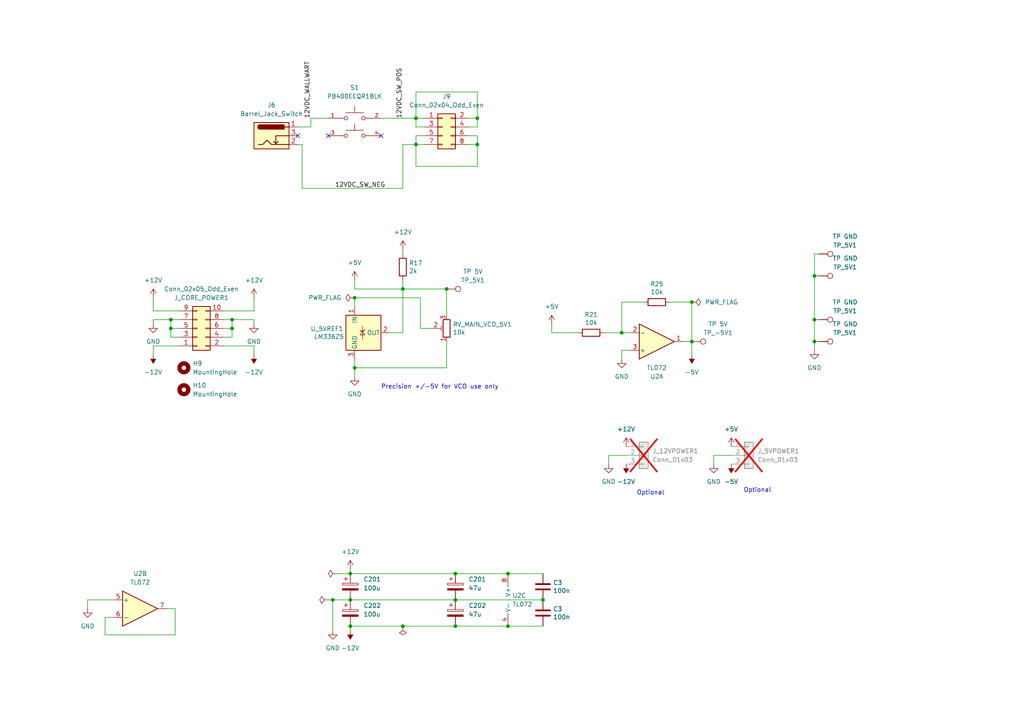
<source format=kicad_sch>
(kicad_sch (version 20231120) (generator "eeschema") (generator_version "8.0")
  (paper "A4")
  (lib_symbols
    (symbol "+12V_1" (power) (pin_names (offset 0))
      (property "Value" "+12V_1" (at 0 3.556 0))
      (symbol "+12V_1_0_1"
        (polyline (pts (xy -0.762 1.27) (xy 0 2.54)))
        (polyline (pts (xy 0 0) (xy 0 2.54)))
        (polyline (pts (xy 0 2.54) (xy 0.762 1.27)))
      )
      (symbol "+12V_1_1_1"
        (pin power_in line (at 0 0 90) (length 0) hide (name "+12V") (number "1"))
      )
    )
    (symbol "Amplifier_Operational:TL072" (pin_names (offset 0.127))
      (property "Reference" "U" (at 0 5.08 0))
      (property "Value" "TL072" (at 0 -5.08 0))
      (symbol "TL072_1_1"
        (polyline (pts (xy -5.08 5.08) (xy 5.08 0) (xy -5.08 -5.08) (xy -5.08 5.08)) (stroke (width 0.254)) (fill (type background)))
        (pin output line (at 7.62 0 180) (length 2.54) (name "~") (number "1"))
        (pin input line (at -7.62 -2.54 0) (length 2.54) (name "-") (number "2"))
        (pin input line (at -7.62 2.54 0) (length 2.54) (name "+") (number "3"))
      )
      (symbol "TL072_2_1"
        (polyline (pts (xy -5.08 5.08) (xy 5.08 0) (xy -5.08 -5.08) (xy -5.08 5.08)) (stroke (width 0.254)) (fill (type background)))
        (pin input line (at -7.62 2.54 0) (length 2.54) (name "+") (number "5"))
        (pin input line (at -7.62 -2.54 0) (length 2.54) (name "-") (number "6"))
        (pin output line (at 7.62 0 180) (length 2.54) (name "~") (number "7"))
      )
      (symbol "TL072_3_1"
        (pin power_in line (at -2.54 -7.62 90) (length 3.81) (name "V-") (number "4"))
        (pin power_in line (at -2.54 7.62 270) (length 3.81) (name "V+") (number "8"))
      )
    )
    (symbol "Connector:Barrel_Jack_Switch" (pin_names hide)
      (property "Reference" "J" (at 0 5.334 0))
      (property "Value" "Barrel_Jack_Switch" (at 0 -5.08 0))
      (symbol "Barrel_Jack_Switch_0_1"
        (rectangle (start -5.08 3.81) (end 5.08 -3.81) (stroke (width 0.254)) (fill (type background)))
        (arc (start -3.302 3.175) (mid -3.9343 2.54) (end -3.302 1.905) (stroke (width 0.254)))
        (arc (start -3.302 3.175) (mid -3.9343 2.54) (end -3.302 1.905) (stroke (width 0.254)) (fill (type outline)))
        (polyline (pts (xy 1.27 -2.286) (xy 1.905 -1.651)) (stroke (width 0.254)))
        (polyline (pts (xy 5.08 2.54) (xy 3.81 2.54)) (stroke (width 0.254)))
        (polyline (pts (xy 5.08 0) (xy 1.27 0) (xy 1.27 -2.286) (xy 0.635 -1.651)) (stroke (width 0.254)))
        (polyline (pts (xy -3.81 -2.54) (xy -2.54 -2.54) (xy -1.27 -1.27) (xy 0 -2.54) (xy 2.54 -2.54) (xy 5.08 -2.54)) (stroke (width 0.254)))
        (rectangle (start 3.683 3.175) (end -3.302 1.905) (stroke (width 0.254)) (fill (type outline)))
      )
      (symbol "Barrel_Jack_Switch_1_1"
        (pin passive line (at 7.62 2.54 180) (length 2.54) (name "~") (number "1"))
        (pin passive line (at 7.62 -2.54 180) (length 2.54) (name "~") (number "2"))
        (pin passive line (at 7.62 0 180) (length 2.54) (name "~") (number "3"))
      )
    )
    (symbol "Connector:TestPoint" (pin_numbers hide) (pin_names (offset 0.762) hide)
      (property "Reference" "TP" (at 0 6.858 0))
      (property "Value" "TestPoint" (at 0 5.08 0))
      (symbol "TestPoint_0_1"
        (circle (center 0 3.302) (radius 0.762))
      )
      (symbol "TestPoint_1_1"
        (pin passive line (at 0 0 90) (length 2.54) (name "1") (number "1"))
      )
    )
    (symbol "Connector_Generic:Conn_01x03" (pin_names (offset 1.016) hide)
      (property "Reference" "J" (at 0 5.08 0))
      (property "Value" "Conn_01x03" (at 0 -5.08 0))
      (symbol "Conn_01x03_1_1"
        (rectangle (start -1.27 -2.413) (end 0 -2.667) (stroke (width 0.1524)))
        (rectangle (start -1.27 0.127) (end 0 -0.127) (stroke (width 0.1524)))
        (rectangle (start -1.27 2.667) (end 0 2.413) (stroke (width 0.1524)))
        (rectangle (start -1.27 3.81) (end 1.27 -3.81) (stroke (width 0.254)) (fill (type background)))
        (pin passive line (at -5.08 2.54 0) (length 3.81) (name "Pin_1") (number "1"))
        (pin passive line (at -5.08 0 0) (length 3.81) (name "Pin_2") (number "2"))
        (pin passive line (at -5.08 -2.54 0) (length 3.81) (name "Pin_3") (number "3"))
      )
    )
    (symbol "Connector_Generic:Conn_02x04_Odd_Even" (pin_names (offset 1.016) hide)
      (property "Reference" "J" (at 1.27 5.08 0))
      (property "Value" "Conn_02x04_Odd_Even" (at 1.27 -7.62 0))
      (symbol "Conn_02x04_Odd_Even_1_1"
        (rectangle (start -1.27 -4.953) (end 0 -5.207) (stroke (width 0.1524)))
        (rectangle (start -1.27 -2.413) (end 0 -2.667) (stroke (width 0.1524)))
        (rectangle (start -1.27 0.127) (end 0 -0.127) (stroke (width 0.1524)))
        (rectangle (start -1.27 2.667) (end 0 2.413) (stroke (width 0.1524)))
        (rectangle (start -1.27 3.81) (end 3.81 -6.35) (stroke (width 0.254)) (fill (type background)))
        (rectangle (start 3.81 -4.953) (end 2.54 -5.207) (stroke (width 0.1524)))
        (rectangle (start 3.81 -2.413) (end 2.54 -2.667) (stroke (width 0.1524)))
        (rectangle (start 3.81 0.127) (end 2.54 -0.127) (stroke (width 0.1524)))
        (rectangle (start 3.81 2.667) (end 2.54 2.413) (stroke (width 0.1524)))
        (pin passive line (at -5.08 2.54 0) (length 3.81) (name "Pin_1") (number "1"))
        (pin passive line (at 7.62 2.54 180) (length 3.81) (name "Pin_2") (number "2"))
        (pin passive line (at -5.08 0 0) (length 3.81) (name "Pin_3") (number "3"))
        (pin passive line (at 7.62 0 180) (length 3.81) (name "Pin_4") (number "4"))
        (pin passive line (at -5.08 -2.54 0) (length 3.81) (name "Pin_5") (number "5"))
        (pin passive line (at 7.62 -2.54 180) (length 3.81) (name "Pin_6") (number "6"))
        (pin passive line (at -5.08 -5.08 0) (length 3.81) (name "Pin_7") (number "7"))
        (pin passive line (at 7.62 -5.08 180) (length 3.81) (name "Pin_8") (number "8"))
      )
    )
    (symbol "Connector_Generic:Conn_02x05_Odd_Even" (pin_names (offset 1.016) hide)
      (property "Reference" "J" (at 1.27 7.62 0))
      (property "Value" "Conn_02x05_Odd_Even" (at 1.27 -7.62 0))
      (symbol "Conn_02x05_Odd_Even_1_1"
        (rectangle (start -1.27 -4.953) (end 0 -5.207) (stroke (width 0.1524)))
        (rectangle (start -1.27 -2.413) (end 0 -2.667) (stroke (width 0.1524)))
        (rectangle (start -1.27 0.127) (end 0 -0.127) (stroke (width 0.1524)))
        (rectangle (start -1.27 2.667) (end 0 2.413) (stroke (width 0.1524)))
        (rectangle (start -1.27 5.207) (end 0 4.953) (stroke (width 0.1524)))
        (rectangle (start -1.27 6.35) (end 3.81 -6.35) (stroke (width 0.254)) (fill (type background)))
        (rectangle (start 3.81 -4.953) (end 2.54 -5.207) (stroke (width 0.1524)))
        (rectangle (start 3.81 -2.413) (end 2.54 -2.667) (stroke (width 0.1524)))
        (rectangle (start 3.81 0.127) (end 2.54 -0.127) (stroke (width 0.1524)))
        (rectangle (start 3.81 2.667) (end 2.54 2.413) (stroke (width 0.1524)))
        (rectangle (start 3.81 5.207) (end 2.54 4.953) (stroke (width 0.1524)))
        (pin passive line (at -5.08 5.08 0) (length 3.81) (name "Pin_1") (number "1"))
        (pin passive line (at 7.62 -5.08 180) (length 3.81) (name "Pin_10") (number "10"))
        (pin passive line (at 7.62 5.08 180) (length 3.81) (name "Pin_2") (number "2"))
        (pin passive line (at -5.08 2.54 0) (length 3.81) (name "Pin_3") (number "3"))
        (pin passive line (at 7.62 2.54 180) (length 3.81) (name "Pin_4") (number "4"))
        (pin passive line (at -5.08 0 0) (length 3.81) (name "Pin_5") (number "5"))
        (pin passive line (at 7.62 0 180) (length 3.81) (name "Pin_6") (number "6"))
        (pin passive line (at -5.08 -2.54 0) (length 3.81) (name "Pin_7") (number "7"))
        (pin passive line (at 7.62 -2.54 180) (length 3.81) (name "Pin_8") (number "8"))
        (pin passive line (at -5.08 -5.08 0) (length 3.81) (name "Pin_9") (number "9"))
      )
    )
    (symbol "Device:C" (pin_numbers hide) (pin_names (offset 0.254))
      (property "Reference" "C" (at 0.635 2.54 0))
      (property "Value" "C" (at 0.635 -2.54 0))
      (symbol "C_0_1"
        (polyline (pts (xy -2.032 -0.762) (xy 2.032 -0.762)) (stroke (width 0.508)))
        (polyline (pts (xy -2.032 0.762) (xy 2.032 0.762)) (stroke (width 0.508)))
      )
      (symbol "C_1_1"
        (pin passive line (at 0 3.81 270) (length 2.794) (name "~") (number "1"))
        (pin passive line (at 0 -3.81 90) (length 2.794) (name "~") (number "2"))
      )
    )
    (symbol "Device:C_Polarized" (pin_numbers hide) (pin_names (offset 0.254))
      (property "Reference" "C" (at 0.635 2.54 0))
      (property "Value" "C_Polarized" (at 0.635 -2.54 0))
      (symbol "C_Polarized_0_1"
        (rectangle (start -2.286 0.508) (end 2.286 1.016))
        (polyline (pts (xy -1.778 2.286) (xy -0.762 2.286)))
        (polyline (pts (xy -1.27 2.794) (xy -1.27 1.778)))
        (rectangle (start 2.286 -0.508) (end -2.286 -1.016) (fill (type outline)))
      )
      (symbol "C_Polarized_1_1"
        (pin passive line (at 0 3.81 270) (length 2.794) (name "~") (number "1"))
        (pin passive line (at 0 -3.81 90) (length 2.794) (name "~") (number "2"))
      )
    )
    (symbol "Device:R" (pin_numbers hide) (pin_names (offset 0))
      (property "Reference" "R" (at 2.032 0 90))
      (property "Value" "R" (at 0 0 90))
      (symbol "R_0_1"
        (rectangle (start -1.016 -2.54) (end 1.016 2.54) (stroke (width 0.254)))
      )
      (symbol "R_1_1"
        (pin passive line (at 0 3.81 270) (length 1.27) (name "~") (number "1"))
        (pin passive line (at 0 -3.81 90) (length 1.27) (name "~") (number "2"))
      )
    )
    (symbol "Device:R_Potentiometer_Trim" (pin_names (offset 1.016) hide)
      (property "Reference" "RV" (at -4.445 0 90))
      (property "Value" "R_Potentiometer_Trim" (at -2.54 0 90))
      (symbol "R_Potentiometer_Trim_0_1"
        (polyline (pts (xy 1.524 0.762) (xy 1.524 -0.762)))
        (polyline (pts (xy 2.54 0) (xy 1.524 0)))
        (rectangle (start 1.016 2.54) (end -1.016 -2.54) (stroke (width 0.254)))
      )
      (symbol "R_Potentiometer_Trim_1_1"
        (pin passive line (at 0 3.81 270) (length 1.27) (name "1") (number "1"))
        (pin passive line (at 3.81 0 180) (length 1.27) (name "2") (number "2"))
        (pin passive line (at 0 -3.81 90) (length 1.27) (name "3") (number "3"))
      )
    )
    (symbol "GND_1" (power) (pin_names (offset 0))
      (property "Value" "GND_1" (at 0 -3.81 0))
      (symbol "GND_1_0_1"
        (polyline (pts (xy 0 0) (xy 0 -1.27) (xy 1.27 -1.27) (xy 0 -2.54) (xy -1.27 -1.27) (xy 0 -1.27)))
      )
      (symbol "GND_1_1_1"
        (pin power_in line (at 0 0 270) (length 0) hide (name "GND") (number "1"))
      )
    )
    (symbol "GND_2" (power) (pin_names (offset 0))
      (property "Value" "GND_2" (at 0 -3.81 0))
      (symbol "GND_2_0_1"
        (polyline (pts (xy 0 0) (xy 0 -1.27) (xy 1.27 -1.27) (xy 0 -2.54) (xy -1.27 -1.27) (xy 0 -1.27)))
      )
      (symbol "GND_2_1_1"
        (pin power_in line (at 0 0 270) (length 0) hide (name "GND") (number "1"))
      )
    )
    (symbol "Mechanical:MountingHole" (pin_names (offset 1.016))
      (property "Reference" "H" (at 0 5.08 0))
      (property "Value" "MountingHole" (at 0 3.175 0))
      (symbol "MountingHole_0_1"
        (circle (center 0 0) (radius 1.27) (stroke (width 1.27)))
      )
    )
    (symbol "Reference_Voltage:REF3033" (pin_names (offset 0.254))
      (property "Reference" "U" (at 0 6.35 0))
      (property "Value" "REF3033" (at 2.54 -6.35 0))
      (symbol "REF3033_0_1"
        (rectangle (start -5.08 5.08) (end 5.08 -5.08) (stroke (width 0.254)) (fill (type background)))
        (polyline (pts (xy -0.254 1.905) (xy -0.254 -1.905)))
        (polyline (pts (xy -0.889 -0.635) (xy 0.381 -0.635) (xy -0.254 0.635) (xy -0.889 -0.635)))
        (polyline (pts (xy 0.381 1.016) (xy 0.381 0.635) (xy -0.889 0.635) (xy -0.889 0.254)))
      )
      (symbol "REF3033_1_1"
        (pin power_in line (at -2.54 7.62 270) (length 2.54) (name "IN") (number "1"))
        (pin power_out line (at 7.62 0 180) (length 2.54) (name "OUT") (number "2"))
        (pin power_in line (at -2.54 -7.62 90) (length 2.54) (name "GND") (number "3"))
      )
    )
    (symbol "Shmoergh-Custom-Components:PB400EEQR1BLK" (pin_names (offset 1.016))
      (property "Reference" "S" (at -7.62 7.62 0))
      (property "Value" "PB400EEQR1BLK" (at -7.62 -7.62 0))
      (symbol "PB400EEQR1BLK_0_0"
        (circle (center -2.54 -2.54) (radius 0.508) (stroke (width 0.1524)))
        (circle (center -2.54 2.54) (radius 0.508) (stroke (width 0.1524)))
        (polyline (pts (xy -5.08 -2.54) (xy -3.048 -2.54)) (stroke (width 0.1524)))
        (polyline (pts (xy -5.08 2.54) (xy -3.048 2.54)) (stroke (width 0.1524)))
        (polyline (pts (xy -2.54 -0.9525) (xy 0 -0.9525)) (stroke (width 0.1524)))
        (polyline (pts (xy -2.54 4.1275) (xy 0 4.1275)) (stroke (width 0.1524)))
        (polyline (pts (xy 0 -0.9525) (xy 0 0.9525)) (stroke (width 0.1524)))
        (polyline (pts (xy 0 -0.9525) (xy 2.54 -0.9525)) (stroke (width 0.1524)))
        (polyline (pts (xy 0 4.1275) (xy 0 6.0325)) (stroke (width 0.1524)))
        (polyline (pts (xy 0 4.1275) (xy 2.54 4.1275)) (stroke (width 0.1524)))
        (polyline (pts (xy 5.08 -2.54) (xy 3.048 -2.54)) (stroke (width 0.1524)))
        (polyline (pts (xy 5.08 2.54) (xy 3.048 2.54)) (stroke (width 0.1524)))
        (circle (center 2.54 -2.54) (radius 0.508) (stroke (width 0.1524)))
        (circle (center 2.54 2.54) (radius 0.508) (stroke (width 0.1524)))
        (pin passive line (at -7.62 2.54 0) (length 2.54) (name "~") (number "1"))
        (pin passive line (at 7.62 2.54 180) (length 2.54) (name "~") (number "2"))
        (pin passive line (at -7.62 -2.54 0) (length 2.54) (name "~") (number "3"))
        (pin passive line (at 7.62 -2.54 180) (length 2.54) (name "~") (number "4"))
      )
    )
    (symbol "power:+12V" (power) (pin_names (offset 0))
      (property "Value" "+12V" (at 0 3.556 0))
      (symbol "+12V_0_1"
        (polyline (pts (xy -0.762 1.27) (xy 0 2.54)))
        (polyline (pts (xy 0 0) (xy 0 2.54)))
        (polyline (pts (xy 0 2.54) (xy 0.762 1.27)))
      )
      (symbol "+12V_1_1"
        (pin power_in line (at 0 0 90) (length 0) hide (name "+12V") (number "1"))
      )
    )
    (symbol "power:+5V" (power) (pin_names (offset 0))
      (property "Value" "+5V" (at 0 3.556 0))
      (symbol "+5V_0_1"
        (polyline (pts (xy -0.762 1.27) (xy 0 2.54)))
        (polyline (pts (xy 0 0) (xy 0 2.54)))
        (polyline (pts (xy 0 2.54) (xy 0.762 1.27)))
      )
      (symbol "+5V_1_1"
        (pin power_in line (at 0 0 90) (length 0) hide (name "+5V") (number "1"))
      )
    )
    (symbol "power:-12V" (power) (pin_names (offset 0))
      (property "Value" "-12V" (at 0 3.81 0))
      (symbol "-12V_0_0"
        (pin power_in line (at 0 0 90) (length 0) hide (name "-12V") (number "1"))
      )
      (symbol "-12V_0_1"
        (polyline (pts (xy 0 0) (xy 0 1.27) (xy 0.762 1.27) (xy 0 2.54) (xy -0.762 1.27) (xy 0 1.27)) (fill (type outline)))
      )
    )
    (symbol "power:-5V" (power) (pin_names (offset 0))
      (property "Value" "-5V" (at 0 3.81 0))
      (symbol "-5V_0_0"
        (pin power_in line (at 0 0 90) (length 0) hide (name "-5V") (number "1"))
      )
      (symbol "-5V_0_1"
        (polyline (pts (xy 0 0) (xy 0 1.27) (xy 0.762 1.27) (xy 0 2.54) (xy -0.762 1.27) (xy 0 1.27)) (fill (type outline)))
      )
    )
    (symbol "power:GND" (power) (pin_names (offset 0))
      (property "Value" "GND" (at 0 -3.81 0))
      (symbol "GND_0_1"
        (polyline (pts (xy 0 0) (xy 0 -1.27) (xy 1.27 -1.27) (xy 0 -2.54) (xy -1.27 -1.27) (xy 0 -1.27)))
      )
      (symbol "GND_1_1"
        (pin power_in line (at 0 0 270) (length 0) hide (name "GND") (number "1"))
      )
    )
    (symbol "power:PWR_FLAG" (power) (pin_numbers hide) (pin_names (offset 0) hide)
      (property "Value" "PWR_FLAG" (at 0 3.81 0))
      (symbol "PWR_FLAG_0_0"
        (pin power_out line (at 0 0 90) (length 0) (name "pwr") (number "1"))
      )
      (symbol "PWR_FLAG_0_1"
        (polyline (pts (xy 0 0) (xy 0 1.27) (xy -1.016 1.905) (xy 0 2.54) (xy 1.016 1.905) (xy 0 1.27)))
      )
    )
  )
  (junction (at 147.32 181.61))
  (junction (at 236.22 99.06))
  (junction (at 236.22 80.01))
  (junction (at 236.22 92.71))
  (junction (at 157.48 173.99))
  (junction (at 132.08 181.61))
  (junction (at 96.52 173.99))
  (junction (at 49.53 92.71))
  (junction (at 200.66 87.63))
  (junction (at 67.31 92.71))
  (junction (at 180.34 96.52))
  (junction (at 129.54 83.82))
  (junction (at 120.65 41.91))
  (junction (at 102.87 106.68))
  (junction (at 132.08 166.37))
  (junction (at 116.84 83.82))
  (junction (at 49.53 95.25))
  (junction (at 200.66 99.06))
  (junction (at 147.32 166.37))
  (junction (at 120.65 34.29))
  (junction (at 102.87 86.36))
  (junction (at 138.43 34.29))
  (junction (at 101.6 173.99))
  (junction (at 67.31 95.25))
  (junction (at 101.6 166.37))
  (junction (at 101.6 181.61))
  (junction (at 132.08 173.99))
  (junction (at 138.43 41.91))
  (junction (at 116.84 181.61))
  (no_connect (at 86.36 39.37))
  (no_connect (at 110.49 39.37))
  (no_connect (at 95.25 39.37))
  (wire (pts (xy 30.48 184.15) (xy 50.8 184.15)))
  (wire (pts (xy 73.66 93.98) (xy 73.66 92.71)))
  (wire (pts (xy 180.34 96.52) (xy 182.88 96.52)))
  (wire (pts (xy 25.4 173.99) (xy 25.4 176.53)))
  (wire (pts (xy 116.84 96.52) (xy 116.84 83.82)))
  (wire (pts (xy 67.31 92.71) (xy 64.77 92.71)))
  (wire (pts (xy 236.22 80.01) (xy 237.49 80.01)))
  (wire (pts (xy 95.25 173.99) (xy 96.52 173.99)))
  (wire (pts (xy 101.6 181.61) (xy 116.84 181.61)))
  (wire (pts (xy 102.87 81.28) (xy 102.87 83.82)))
  (wire (pts (xy 44.45 86.36) (xy 44.45 90.17)))
  (wire (pts (xy 33.02 179.07) (xy 30.48 179.07)))
  (wire (pts (xy 132.08 173.99) (xy 157.48 173.99)))
  (wire (pts (xy 102.87 106.68) (xy 129.54 106.68)))
  (wire (pts (xy 120.65 34.29) (xy 123.19 34.29)))
  (wire (pts (xy 30.48 179.07) (xy 30.48 184.15)))
  (wire (pts (xy 147.32 166.37) (xy 157.48 166.37)))
  (wire (pts (xy 73.66 102.87) (xy 73.66 100.33)))
  (wire (pts (xy 116.84 72.39) (xy 116.84 73.66)))
  (wire (pts (xy 49.53 95.25) (xy 49.53 92.71)))
  (wire (pts (xy 67.31 97.79) (xy 67.31 95.25)))
  (wire (pts (xy 200.66 99.06) (xy 198.12 99.06)))
  (wire (pts (xy 120.65 41.91) (xy 120.65 48.26)))
  (wire (pts (xy 33.02 173.99) (xy 25.4 173.99)))
  (wire (pts (xy 160.02 96.52) (xy 167.64 96.52)))
  (wire (pts (xy 138.43 41.91) (xy 135.89 41.91)))
  (wire (pts (xy 180.34 87.63) (xy 180.34 96.52)))
  (wire (pts (xy 129.54 83.82) (xy 129.54 91.44)))
  (wire (pts (xy 236.22 73.66) (xy 237.49 73.66)))
  (wire (pts (xy 138.43 34.29) (xy 138.43 36.83)))
  (wire (pts (xy 50.8 176.53) (xy 48.26 176.53)))
  (wire (pts (xy 102.87 106.68) (xy 102.87 109.22)))
  (wire (pts (xy 180.34 101.6) (xy 180.34 104.14)))
  (wire (pts (xy 87.63 41.91) (xy 87.63 54.61)))
  (wire (pts (xy 186.69 87.63) (xy 180.34 87.63)))
  (wire (pts (xy 50.8 184.15) (xy 50.8 176.53)))
  (wire (pts (xy 236.22 99.06) (xy 237.49 99.06)))
  (wire (pts (xy 120.65 48.26) (xy 138.43 48.26)))
  (wire (pts (xy 120.65 36.83) (xy 123.19 36.83)))
  (wire (pts (xy 121.92 86.36) (xy 121.92 95.25)))
  (wire (pts (xy 101.6 165.1) (xy 101.6 166.37)))
  (wire (pts (xy 236.22 101.6) (xy 236.22 99.06)))
  (wire (pts (xy 102.87 88.9) (xy 102.87 86.36)))
  (wire (pts (xy 102.87 86.36) (xy 121.92 86.36)))
  (wire (pts (xy 120.65 34.29) (xy 120.65 36.83)))
  (wire (pts (xy 207.01 132.08) (xy 207.01 134.62)))
  (wire (pts (xy 49.53 92.71) (xy 52.07 92.71)))
  (wire (pts (xy 138.43 36.83) (xy 135.89 36.83)))
  (wire (pts (xy 138.43 39.37) (xy 138.43 41.91)))
  (wire (pts (xy 67.31 92.71) (xy 73.66 92.71)))
  (wire (pts (xy 175.26 96.52) (xy 180.34 96.52)))
  (wire (pts (xy 236.22 92.71) (xy 237.49 92.71)))
  (wire (pts (xy 87.63 41.91) (xy 86.36 41.91)))
  (wire (pts (xy 181.61 132.08) (xy 176.53 132.08)))
  (wire (pts (xy 138.43 34.29) (xy 135.89 34.29)))
  (wire (pts (xy 52.07 97.79) (xy 49.53 97.79)))
  (wire (pts (xy 110.49 34.29) (xy 120.65 34.29)))
  (wire (pts (xy 102.87 83.82) (xy 116.84 83.82)))
  (wire (pts (xy 138.43 26.67) (xy 138.43 34.29)))
  (wire (pts (xy 182.88 101.6) (xy 180.34 101.6)))
  (wire (pts (xy 120.65 34.29) (xy 120.65 26.67)))
  (wire (pts (xy 132.08 166.37) (xy 147.32 166.37)))
  (wire (pts (xy 101.6 173.99) (xy 132.08 173.99)))
  (wire (pts (xy 44.45 100.33) (xy 52.07 100.33)))
  (wire (pts (xy 236.22 80.01) (xy 236.22 92.71)))
  (wire (pts (xy 90.17 36.83) (xy 86.36 36.83)))
  (wire (pts (xy 64.77 95.25) (xy 67.31 95.25)))
  (wire (pts (xy 129.54 106.68) (xy 129.54 99.06)))
  (wire (pts (xy 67.31 95.25) (xy 67.31 92.71)))
  (wire (pts (xy 44.45 102.87) (xy 44.45 100.33)))
  (wire (pts (xy 200.66 99.06) (xy 200.66 102.87)))
  (wire (pts (xy 64.77 97.79) (xy 67.31 97.79)))
  (wire (pts (xy 176.53 132.08) (xy 176.53 134.62)))
  (wire (pts (xy 123.19 39.37) (xy 120.65 39.37)))
  (wire (pts (xy 120.65 41.91) (xy 116.84 41.91)))
  (wire (pts (xy 96.52 182.88) (xy 96.52 173.99)))
  (wire (pts (xy 90.17 34.29) (xy 90.17 36.83)))
  (wire (pts (xy 132.08 181.61) (xy 147.32 181.61)))
  (wire (pts (xy 120.65 41.91) (xy 123.19 41.91)))
  (wire (pts (xy 96.52 173.99) (xy 101.6 173.99)))
  (wire (pts (xy 95.25 34.29) (xy 90.17 34.29)))
  (wire (pts (xy 113.03 96.52) (xy 116.84 96.52)))
  (wire (pts (xy 44.45 93.98) (xy 44.45 92.71)))
  (wire (pts (xy 236.22 80.01) (xy 236.22 73.66)))
  (wire (pts (xy 49.53 95.25) (xy 52.07 95.25)))
  (wire (pts (xy 194.31 87.63) (xy 200.66 87.63)))
  (wire (pts (xy 212.09 132.08) (xy 207.01 132.08)))
  (wire (pts (xy 44.45 90.17) (xy 52.07 90.17)))
  (wire (pts (xy 116.84 181.61) (xy 132.08 181.61)))
  (wire (pts (xy 101.6 181.61) (xy 101.6 182.88)))
  (wire (pts (xy 120.65 26.67) (xy 138.43 26.67)))
  (wire (pts (xy 116.84 81.28) (xy 116.84 83.82)))
  (wire (pts (xy 73.66 86.36) (xy 73.66 90.17)))
  (wire (pts (xy 49.53 97.79) (xy 49.53 95.25)))
  (wire (pts (xy 121.92 95.25) (xy 125.73 95.25)))
  (wire (pts (xy 116.84 54.61) (xy 87.63 54.61)))
  (wire (pts (xy 200.66 87.63) (xy 200.66 99.06)))
  (wire (pts (xy 147.32 181.61) (xy 157.48 181.61)))
  (wire (pts (xy 116.84 41.91) (xy 116.84 54.61)))
  (wire (pts (xy 135.89 39.37) (xy 138.43 39.37)))
  (wire (pts (xy 138.43 48.26) (xy 138.43 41.91)))
  (wire (pts (xy 73.66 100.33) (xy 64.77 100.33)))
  (wire (pts (xy 116.84 83.82) (xy 129.54 83.82)))
  (wire (pts (xy 73.66 90.17) (xy 64.77 90.17)))
  (wire (pts (xy 101.6 166.37) (xy 132.08 166.37)))
  (wire (pts (xy 44.45 92.71) (xy 49.53 92.71)))
  (wire (pts (xy 160.02 93.98) (xy 160.02 96.52)))
  (wire (pts (xy 102.87 104.14) (xy 102.87 106.68)))
  (wire (pts (xy 97.79 166.37) (xy 101.6 166.37)))
  (wire (pts (xy 120.65 41.91) (xy 120.65 39.37)))
  (wire (pts (xy 236.22 99.06) (xy 236.22 92.71)))
  (text "Optional" (at 184.658 143.764 0) (effects (font (size 1.27 1.27)) (justify left bottom)))
  (text "Precision +/-5V for VCO use only" (at 110.49 113.03 0) (effects (font (size 1.27 1.27)) (justify left bottom)))
  (text "Optional" (at 215.646 143.002 0) (effects (font (size 1.27 1.27)) (justify left bottom)))
  (label "12VDC_WALLWART" (at 90.17 34.29 90))
  (label "12VDC_SW_NEG" (at 111.76 54.61 180))
  (label "12VDC_SW_POS" (at 116.84 34.29 90))
  (symbol (lib_id "Device:C") (at 157.48 170.18 0) (unit 1)
    (property "Reference" "C3" (at 160.401 169.0116 0) (effects (justify left)))
    (property "Value" "100n" (at 160.401 171.323 0) (effects (justify left)))
    (property "Footprint" "Capacitor_THT:C_Disc_D3.0mm_W2.0mm_P2.50mm" (effects (hide yes)))
    (property "Part No." "594-K103K15X7RF5TK2 " (effects (hide yes)))
    (property "Part URL" "https://mou.sr/3VFZIRH" (effects (hide yes)))
    (property "Vendor" "Mouser" (effects (hide yes)))
    (instances (project "hog-f1-voice" (path "" (reference "C3") (unit 1))) (project "ui-rev-3" (path "" (reference "C7") (unit 1))))
  )
  (symbol (lib_id "power:-12V") (at 44.45 102.87 180) (unit 1)
    (property "Reference" "#PWR05" (effects (hide yes)))
    (property "Value" "-12V" (at 44.45 107.95 0))
    (instances (project "ui-rev-3" (path "" (reference "#PWR05") (unit 1)) (path "" (reference "#PWR087") (unit 1))) (project "core-v1" (path "" (reference "#PWR0207") (unit 1))))
  )
  (symbol (lib_id "Connector:TestPoint") (at 200.66 99.06 270) (unit 1) (in_bom no)
    (property "Reference" "TP_-5V1" (at 208.28 96.52 90))
    (property "Value" "TP 5V" (at 208.28 93.98 90))
    (property "Footprint" "TestPoint:TestPoint_THTPad_2.0x2.0mm_Drill1.0mm" (effects (hide yes)))
  )
  (symbol (lib_id "Device:C_Polarized") (at 101.6 177.8 0) (unit 1)
    (property "Reference" "C202" (at 105.41 175.641 0) (effects (justify left)))
    (property "Value" "100u" (at 105.41 178.181 0) (effects (justify left)))
    (property "Footprint" "Capacitor_THT:CP_Radial_D6.3mm_P2.50mm" (effects (hide yes)))
    (property "Part No." "80-ESS107M025AE2AA " (effects (hide yes)))
    (property "Part URL" "https://mou.sr/3ZTs1yq" (effects (hide yes)))
    (property "Vendor" "Mouser" (effects (hide yes)))
    (instances (project "A-psu-voice-proto-4l" (path "" (reference "C202") (unit 1))) (project "ui-rev-3" (path "" (reference "C2") (unit 1))) (project "core-v1" (path "" (reference "C202") (unit 1)) (path "" (reference "C261") (unit 1))) (project "hog-v2-voice-proto" (path "" (reference "C202") (unit 1))))
  )
  (symbol (lib_id "Connector:TestPoint") (at 237.49 80.01 270) (unit 1) (in_bom no)
    (property "Reference" "TP_5V1" (at 245.11 77.47 90))
    (property "Value" "TP GND" (at 245.11 74.93 90))
    (property "Footprint" "TestPoint:TestPoint_THTPad_2.0x2.0mm_Drill1.0mm" (effects (hide yes)))
    (instances (project "hog-f1-voice" (path "" (reference "TP_5V1") (unit 1))) (project "ui-rev-3" (path "" (reference "TP_GND2") (unit 1))))
  )
  (symbol (lib_id "Device:C") (at 157.48 177.8 0) (unit 1)
    (property "Reference" "C3" (at 160.401 176.6316 0) (effects (justify left)))
    (property "Value" "100n" (at 160.401 178.943 0) (effects (justify left)))
    (property "Footprint" "Capacitor_THT:C_Disc_D3.0mm_W2.0mm_P2.50mm" (effects (hide yes)))
    (property "Part No." "594-K103K15X7RF5TK2 " (effects (hide yes)))
    (property "Part URL" "https://mou.sr/3VFZIRH" (effects (hide yes)))
    (property "Vendor" "Mouser" (effects (hide yes)))
    (instances (project "hog-f1-voice" (path "" (reference "C3") (unit 1))) (project "ui-rev-3" (path "" (reference "C8") (unit 1))))
  )
  (symbol (lib_id "power:GND") (at 73.66 93.98 0) (unit 1)
    (property "Reference" "#PWR09" (effects (hide yes)))
    (property "Value" "GND" (at 73.66 99.06 0))
    (instances (project "ui-rev-3" (path "" (reference "#PWR09") (unit 1)) (path "" (reference "#PWR089") (unit 1))) (project "core-v1" (path "" (reference "#PWR0210") (unit 1))))
  )
  (symbol (lib_id "power:+5V") (at 102.87 81.28 0) (unit 1)
    (property "Reference" "#PWR042" (effects (hide yes)))
    (property "Value" "+5V" (at 102.87 76.2 0))
  )
  (symbol (lib_id "Amplifier_Operational:TL072") (at 40.64 176.53 0) (unit 2)
    (property "Reference" "U2" (at 40.64 166.37 0))
    (property "Value" "TL072" (at 40.64 168.91 0))
    (property "Footprint" "PCM_Package_DIP_AKL:DIP-8_W7.62mm_Socket_LongPads" (effects (hide yes)))
    (property "Datasheet" "http://www.ti.com/lit/ds/symlink/tl071.pdf" (effects (hide yes)))
    (property "Part No." "595-TL072IP " (effects (hide yes)))
    (property "Part URL" "https://mou.sr/4g5XjI5" (effects (hide yes)))
    (property "Vendor" "Mouser" (effects (hide yes)))
  )
  (symbol (lib_id "Connector_Generic:Conn_01x03") (at 186.69 132.08 0) (unit 1) (in_bom no) (dnp yes)
    (property "Reference" "J_12VPOWER1" (at 189.23 130.81 0) (effects (justify left)))
    (property "Value" "Conn_01x03" (at 189.23 133.35 0) (effects (justify left)))
    (property "Footprint" "Connector_PinHeader_2.54mm:PinHeader_1x03_P2.54mm_Vertical" (effects (hide yes)))
  )
  (symbol (lib_name "GND_2") (lib_id "power:GND") (at 96.52 182.88 0) (unit 1)
    (property "Reference" "#PWR058" (effects (hide yes)))
    (property "Value" "GND" (at 96.52 187.96 0))
  )
  (symbol (lib_id "power:-12V") (at 181.61 134.62 180) (unit 1)
    (property "Reference" "#PWR041" (effects (hide yes)))
    (property "Value" "-12V" (at 181.61 139.7 0))
    (instances (project "A-psu-voice-proto-4l" (path "" (reference "#PWR041") (unit 1))) (project "ui-rev-3" (path "" (reference "#PWR075") (unit 1))) (project "core-v1" (path "" (reference "#PWR0203") (unit 1)) (path "" (reference "#PWR0328") (unit 1))) (project "hog-v2-voice-proto" (path "" (reference "#PWR0203") (unit 1))))
  )
  (symbol (lib_id "Shmoergh-Custom-Components:PB400EEQR1BLK") (at 102.87 36.83 0) (unit 1)
    (property "Reference" "S1" (at 102.87 25.4 0))
    (property "Value" "PB400EEQR1BLK" (at 102.87 27.94 0))
    (property "Footprint" "Shmoergh_Custom_Footprints:SW_PB400EEQR1BLK" (effects (hide yes)))
    (property "Description" "Pushbutton Switch, DPST,OFF-ON, Round Actuator,3A,30VDC, R/A PC, PB400 Series | E-Switch PB400EEQR1BLK" (effects (hide yes)))
    (property "MF" "E-Switch" (effects (hide yes)))
    (property "MAXIMUM_PACKAGE_HEIGHT" "10.6 mm" (effects (hide yes)))
    (property "Package" "None" (effects (hide yes)))
    (property "Price" "None" (effects (hide yes)))
    (property "Check_prices" "https://www.snapeda.com/parts/PB400EEQR1BLK/E-Switch/view-part/?ref=eda" (effects (hide yes)))
    (property "STANDARD" "Manufacturer Recommendations" (effects (hide yes)))
    (property "PARTREV" "A" (effects (hide yes)))
    (property "SnapEDA_Link" "https://www.snapeda.com/parts/PB400EEQR1BLK/E-Switch/view-part/?ref=snap" (effects (hide yes)))
    (property "MP" "PB400EEQR1BLK" (effects (hide yes)))
    (property "Availability" "In Stock" (effects (hide yes)))
    (property "MANUFACTURER" "E-Switch" (effects (hide yes)))
    (property "Part No." "612-PB400EEQR1BLK " (effects (hide yes)))
    (property "Part URL" "https://mou.sr/3TDv9tV" (effects (hide yes)))
    (property "Vendor" "Mouser" (effects (hide yes)))
  )
  (symbol (lib_name "GND_2") (lib_id "power:GND") (at 102.87 109.22 0) (unit 1)
    (property "Reference" "#PWR043" (effects (hide yes)))
    (property "Value" "GND" (at 102.87 114.3 0))
  )
  (symbol (lib_id "power:GND") (at 44.45 93.98 0) (unit 1)
    (property "Reference" "#PWR04" (effects (hide yes)))
    (property "Value" "GND" (at 44.45 99.06 0))
    (instances (project "ui-rev-3" (path "" (reference "#PWR04") (unit 1)) (path "" (reference "#PWR086") (unit 1))) (project "core-v1" (path "" (reference "#PWR0206") (unit 1))))
  )
  (symbol (lib_id "Amplifier_Operational:TL072") (at 190.5 99.06 0) (mirror x) (unit 1)
    (property "Reference" "U2" (at 190.5 109.22 0))
    (property "Value" "TL072" (at 190.5 106.68 0))
    (property "Footprint" "PCM_Package_DIP_AKL:DIP-8_W7.62mm_Socket_LongPads" (effects (hide yes)))
    (property "Datasheet" "http://www.ti.com/lit/ds/symlink/tl071.pdf" (effects (hide yes)))
    (property "Part No." "595-TL072IP " (effects (hide yes)))
    (property "Part URL" "https://mou.sr/4g5XjI5" (effects (hide yes)))
    (property "Vendor" "Mouser" (effects (hide yes)))
  )
  (symbol (lib_name "GND_2") (lib_id "power:GND") (at 180.34 104.14 0) (unit 1)
    (property "Reference" "#PWR046" (effects (hide yes)))
    (property "Value" "GND" (at 180.34 109.22 0))
  )
  (symbol (lib_id "Device:R") (at 190.5 87.63 270) (unit 1)
    (property "Reference" "R25" (at 190.5 82.3722 90))
    (property "Value" "10k" (at 190.5 84.6836 90))
    (property "Footprint" "Shmoergh_Custom_Footprints:R_Axial_DIN0207_L6.3mm_D2.5mm_P7.62mm_Horizontal" (effects (hide yes)))
    (property "Part No." "603-MFR25SFRF52-10K " (effects (hide yes)))
    (property "Part URL" "https://mou.sr/3XU3MyE" (effects (hide yes)))
    (property "Vendor" "Mouser" (effects (hide yes)))
    (instances (project "hog-f1-voice" (path "" (reference "R25") (unit 1))) (project "ui-rev-3" (path "" (reference "R36") (unit 1))))
  )
  (symbol (lib_id "power:-12V") (at 101.6 182.88 180) (unit 1)
    (property "Reference" "#PWR041" (effects (hide yes)))
    (property "Value" "-12V" (at 101.6 187.96 0))
    (instances (project "A-psu-voice-proto-4l" (path "" (reference "#PWR041") (unit 1))) (project "ui-rev-3" (path "" (reference "#PWR050") (unit 1))) (project "core-v1" (path "" (reference "#PWR0203") (unit 1)) (path "" (reference "#PWR0328") (unit 1))) (project "hog-v2-voice-proto" (path "" (reference "#PWR0203") (unit 1))))
  )
  (symbol (lib_name "+12V_1") (lib_id "power:+12V") (at 181.61 129.54 0) (unit 1)
    (property "Reference" "#PWR074" (effects (hide yes)))
    (property "Value" "+12V" (at 181.61 124.46 0))
  )
  (symbol (lib_id "power:GND") (at 176.53 134.62 0) (unit 1)
    (property "Reference" "#PWR076" (effects (hide yes)))
    (property "Value" "GND" (at 176.53 139.7 0))
  )
  (symbol (lib_id "Device:R") (at 171.45 96.52 270) (unit 1)
    (property "Reference" "R21" (at 171.45 91.2622 90))
    (property "Value" "10k" (at 171.45 93.5736 90))
    (property "Footprint" "Shmoergh_Custom_Footprints:R_Axial_DIN0207_L6.3mm_D2.5mm_P7.62mm_Horizontal" (effects (hide yes)))
    (property "Part No." "603-MFR25SFRF52-10K " (effects (hide yes)))
    (property "Part URL" "https://mou.sr/3XU3MyE" (effects (hide yes)))
    (property "Vendor" "Mouser" (effects (hide yes)))
    (instances (project "hog-f1-voice" (path "" (reference "R21") (unit 1))) (project "ui-rev-3" (path "" (reference "R35") (unit 1))))
  )
  (symbol (lib_id "Connector:TestPoint") (at 129.54 83.82 270) (unit 1) (in_bom no)
    (property "Reference" "TP_5V1" (at 137.16 81.28 90))
    (property "Value" "TP 5V" (at 137.16 78.74 90))
    (property "Footprint" "TestPoint:TestPoint_THTPad_2.0x2.0mm_Drill1.0mm" (effects (hide yes)))
  )
  (symbol (lib_id "Connector:TestPoint") (at 237.49 99.06 270) (unit 1) (in_bom no)
    (property "Reference" "TP_5V1" (at 245.11 96.52 90))
    (property "Value" "TP GND" (at 245.11 93.98 90))
    (property "Footprint" "TestPoint:TestPoint_THTPad_2.0x2.0mm_Drill1.0mm" (effects (hide yes)))
    (instances (project "hog-f1-voice" (path "" (reference "TP_5V1") (unit 1))) (project "ui-rev-3" (path "" (reference "TP_GND5") (unit 1))))
  )
  (symbol (lib_id "Device:R_Potentiometer_Trim") (at 129.54 95.25 180) (unit 1)
    (property "Reference" "RV_MAIN_VCO_5V1" (at 131.318 94.0816 0) (effects (justify right)))
    (property "Value" "10k" (at 131.318 96.393 0) (effects (justify right)))
    (property "Footprint" "Potentiometer_THT:Potentiometer_Bourns_3006P_Horizontal" (effects (hide yes)))
    (property "Part No." "652-3006P-1-103-LF " (effects (hide yes)))
    (property "Part URL" "https://mou.sr/41xh2vW" (effects (hide yes)))
    (property "Vendor" "Mouser" (effects (hide yes)))
  )
  (symbol (lib_id "Device:R") (at 116.84 77.47 0) (unit 1)
    (property "Reference" "R17" (at 118.618 76.3016 0) (effects (justify left)))
    (property "Value" "2k" (at 118.618 78.613 0) (effects (justify left)))
    (property "Footprint" "Shmoergh_Custom_Footprints:R_Axial_DIN0207_L6.3mm_D2.5mm_P7.62mm_Horizontal" (effects (hide yes)))
    (property "Part No." "603-MFR-25FTF52-2K" (effects (hide yes)))
    (property "Part URL" "https://mou.sr/425kXjj" (effects (hide yes)))
    (property "Vendor" "Mouser" (effects (hide yes)))
    (instances (project "hog-f1-voice" (path "" (reference "R17") (unit 1))) (project "ui-rev-3" (path "" (reference "R34") (unit 1))))
  )
  (symbol (lib_id "Device:C_Polarized") (at 132.08 177.8 0) (unit 1) (in_bom no)
    (property "Reference" "C202" (at 135.89 175.641 0) (effects (justify left)))
    (property "Value" "47u" (at 135.89 178.181 0) (effects (justify left)))
    (property "Footprint" "Capacitor_THT:CP_Radial_D6.3mm_P2.50mm" (effects (hide yes)))
    (property "Part No." "667-ECE-A1VKS470I " (effects (hide yes)))
    (property "Part URL" "https://mou.sr/4iyQHDI" (effects (hide yes)))
    (property "Vendor" "Mouser" (effects (hide yes)))
    (instances (project "A-psu-voice-proto-4l" (path "" (reference "C202") (unit 1))) (project "ui-rev-3" (path "" (reference "C6") (unit 1))) (project "core-v1" (path "" (reference "C202") (unit 1)) (path "" (reference "C277") (unit 1))) (project "hog-v2-voice-proto" (path "" (reference "C202") (unit 1))))
  )
  (symbol (lib_id "power:+5V") (at 160.02 93.98 0) (unit 1) (in_bom no)
    (property "Reference" "#PWR045" (effects (hide yes)))
    (property "Value" "+5V" (at 160.02 88.9 0))
  )
  (symbol (lib_id "power:-5V") (at 212.09 134.62 180) (unit 1)
    (property "Reference" "#PWR079" (effects (hide yes)))
    (property "Value" "-5V" (at 212.09 139.7 0))
  )
  (symbol (lib_id "Connector_Generic:Conn_02x05_Odd_Even") (at 57.15 95.25 0) (mirror x) (unit 1)
    (property "Reference" "J_CORE_POWER1" (at 58.42 86.36 0))
    (property "Value" "Conn_02x05_Odd_Even" (at 58.42 83.82 0))
    (property "Footprint" "Connector_PinHeader_2.54mm:PinHeader_2x05_P2.54mm_Vertical" (effects (hide yes)))
    (property "Part No." "737-PH2-10-UA " (effects (hide yes)))
    (property "Part URL" "https://mou.sr/3D13TAT" (effects (hide yes)))
    (property "Vendor" "Mouser" (effects (hide yes)))
    (instances (project "ui-rev-3" (path "" (reference "J_CORE_POWER1") (unit 1)) (path "" (reference "J_MAIN_POWER1") (unit 1))) (project "core-v1" (path "" (reference "J_POWER201") (unit 1))))
  )
  (symbol (lib_id "power:PWR_FLAG") (at 95.25 173.99 90) (unit 1)
    (property "Reference" "#FLG06" (effects (hide yes)))
    (property "Value" "PWR_FLAG" (effects (hide yes)))
    (instances (project "A-psu-voice-proto-4l" (path "" (reference "#FLG06") (unit 1))) (project "ui-rev-3" (path "" (reference "#FLG01") (unit 1))) (project "core-v1" (path "" (reference "#FLG0201") (unit 1)) (path "" (reference "#FLG0201") (unit 1))) (project "hog-v2-voice-proto" (path "" (reference "#FLG0201") (unit 1))))
  )
  (symbol (lib_id "power:+5V") (at 212.09 129.54 0) (unit 1)
    (property "Reference" "#PWR078" (effects (hide yes)))
    (property "Value" "+5V" (at 212.09 124.46 0))
  )
  (symbol (lib_id "Connector:TestPoint") (at 237.49 92.71 270) (unit 1) (in_bom no)
    (property "Reference" "TP_5V1" (at 245.11 90.17 90))
    (property "Value" "TP GND" (at 245.11 87.63 90))
    (property "Footprint" "TestPoint:TestPoint_THTPad_2.0x2.0mm_Drill1.0mm" (effects (hide yes)))
    (instances (project "hog-f1-voice" (path "" (reference "TP_5V1") (unit 1))) (project "ui-rev-3" (path "" (reference "TP_GND4") (unit 1))))
  )
  (symbol (lib_id "power:GND") (at 207.01 134.62 0) (unit 1)
    (property "Reference" "#PWR077" (effects (hide yes)))
    (property "Value" "GND" (at 207.01 139.7 0))
  )
  (symbol (lib_id "power:PWR_FLAG") (at 97.79 166.37 90) (unit 1)
    (property "Reference" "#FLG07" (effects (hide yes)))
    (property "Value" "PWR_FLAG" (effects (hide yes)))
    (instances (project "A-psu-voice-proto-4l" (path "" (reference "#FLG07") (unit 1))) (project "ui-rev-3" (path "" (reference "#FLG02") (unit 1))) (project "core-v1" (path "" (reference "#FLG0202") (unit 1)) (path "" (reference "#FLG0202") (unit 1))) (project "hog-v2-voice-proto" (path "" (reference "#FLG0202") (unit 1))))
  )
  (symbol (lib_id "Connector_Generic:Conn_02x04_Odd_Even") (at 128.27 36.83 0) (unit 1)
    (property "Reference" "J9" (at 129.54 27.94 0))
    (property "Value" "Conn_02x04_Odd_Even" (at 129.54 30.48 0))
    (property "Footprint" "Connector_PinHeader_2.54mm:PinHeader_2x04_P2.54mm_Vertical" (effects (hide yes)))
    (property "Description" "Generic connector, double row, 02x04, odd/even pin numbering scheme (row 1 odd numbers, row 2 even numbers), script generated (kicad-library-utils/schlib/autogen/connector/)" (effects (hide yes)))
    (property "Part No." "737-PH2-08-UA " (effects (hide yes)))
    (property "Part URL" "https://mou.sr/4gxLnib" (effects (hide yes)))
    (property "Vendor" "Mouser" (effects (hide yes)))
  )
  (symbol (lib_name "+12V_1") (lib_id "power:+12V") (at 101.6 165.1 0) (unit 1)
    (property "Reference" "#PWR059" (effects (hide yes)))
    (property "Value" "+12V" (at 101.6 160.02 0))
  )
  (symbol (lib_id "power:PWR_FLAG") (at 116.84 181.61 180) (unit 1)
    (property "Reference" "#FLG06" (effects (hide yes)))
    (property "Value" "PWR_FLAG" (effects (hide yes)))
    (instances (project "A-psu-voice-proto-4l" (path "" (reference "#FLG06") (unit 1))) (project "ui-rev-3" (path "" (reference "#FLG03") (unit 1))) (project "core-v1" (path "" (reference "#FLG0201") (unit 1)) (path "" (reference "#FLG0201") (unit 1))) (project "hog-v2-voice-proto" (path "" (reference "#FLG0201") (unit 1))))
  )
  (symbol (lib_id "Amplifier_Operational:TL072") (at 149.86 173.99 0) (unit 3)
    (property "Reference" "U2" (at 148.59 172.72 0) (effects (justify left)))
    (property "Value" "TL072" (at 148.59 175.26 0) (effects (justify left)))
    (property "Footprint" "PCM_Package_DIP_AKL:DIP-8_W7.62mm_Socket_LongPads" (effects (hide yes)))
    (property "Datasheet" "http://www.ti.com/lit/ds/symlink/tl071.pdf" (effects (hide yes)))
    (property "Part No." "595-TL072IP " (effects (hide yes)))
    (property "Part URL" "https://mou.sr/4g5XjI5" (effects (hide yes)))
    (property "Vendor" "Mouser" (effects (hide yes)))
  )
  (symbol (lib_id "Mechanical:MountingHole") (at 53.34 106.68 0) (unit 1)
    (property "Reference" "H9" (at 55.88 105.41 0) (effects (justify left)))
    (property "Value" "MountingHole" (at 55.88 107.95 0) (effects (justify left)))
    (property "Footprint" "MountingHole:MountingHole_3mm" (effects (hide yes)))
  )
  (symbol (lib_id "power:-12V") (at 73.66 102.87 180) (unit 1)
    (property "Reference" "#PWR010" (effects (hide yes)))
    (property "Value" "-12V" (at 73.66 107.95 0))
    (instances (project "ui-rev-3" (path "" (reference "#PWR010") (unit 1)) (path "" (reference "#PWR090") (unit 1))) (project "core-v1" (path "" (reference "#PWR0211") (unit 1))))
  )
  (symbol (lib_id "power:+12V") (at 116.84 72.39 0) (unit 1)
    (property "Reference" "#PWR044" (effects (hide yes)))
    (property "Value" "+12V" (at 116.84 67.31 0))
  )
  (symbol (lib_id "Device:C_Polarized") (at 101.6 170.18 0) (unit 1)
    (property "Reference" "C201" (at 105.41 168.021 0) (effects (justify left)))
    (property "Value" "100u" (at 105.41 170.561 0) (effects (justify left)))
    (property "Footprint" "Capacitor_THT:CP_Radial_D6.3mm_P2.50mm" (effects (hide yes)))
    (property "Part No." "80-ESS107M025AE2AA " (effects (hide yes)))
    (property "Part URL" "https://mou.sr/3ZTs1yq" (effects (hide yes)))
    (property "Vendor" "Mouser" (effects (hide yes)))
    (instances (project "A-psu-voice-proto-4l" (path "" (reference "C201") (unit 1))) (project "ui-rev-3" (path "" (reference "C1") (unit 1))) (project "core-v1" (path "" (reference "C201") (unit 1)) (path "" (reference "C260") (unit 1))) (project "hog-v2-voice-proto" (path "" (reference "C201") (unit 1))))
  )
  (symbol (lib_id "Connector:TestPoint") (at 237.49 73.66 270) (unit 1) (in_bom no)
    (property "Reference" "TP_5V1" (at 245.11 71.12 90))
    (property "Value" "TP GND" (at 245.11 68.58 90))
    (property "Footprint" "TestPoint:TestPoint_THTPad_2.0x2.0mm_Drill1.0mm" (effects (hide yes)))
    (instances (project "hog-f1-voice" (path "" (reference "TP_5V1") (unit 1))) (project "ui-rev-3" (path "" (reference "TP_GND1") (unit 1))))
  )
  (symbol (lib_id "Connector:Barrel_Jack_Switch") (at 78.74 39.37 0) (unit 1)
    (property "Reference" "J6" (at 78.74 30.48 0))
    (property "Value" "Barrel_Jack_Switch" (at 78.74 33.02 0))
    (property "Footprint" "Connector_BarrelJack:BarrelJack_Wuerth_6941xx301002" (effects (hide yes)))
    (property "Part No." "710-694106301002 " (effects (hide yes)))
    (property "Part URL" "https://mou.sr/4a9ckVQ" (effects (hide yes)))
    (property "Vendor" "Mouser" (effects (hide yes)))
  )
  (symbol (lib_id "Device:C_Polarized") (at 132.08 170.18 0) (unit 1)
    (property "Reference" "C201" (at 135.89 168.021 0) (effects (justify left)))
    (property "Value" "47u" (at 135.89 170.561 0) (effects (justify left)))
    (property "Footprint" "Capacitor_THT:CP_Radial_D6.3mm_P2.50mm" (effects (hide yes)))
    (property "Part No." "667-ECE-A1VKS470I " (effects (hide yes)))
    (property "Part URL" "https://mou.sr/4iyQHDI" (effects (hide yes)))
    (property "Vendor" "Mouser" (effects (hide yes)))
    (instances (project "A-psu-voice-proto-4l" (path "" (reference "C201") (unit 1))) (project "ui-rev-3" (path "" (reference "C5") (unit 1))) (project "core-v1" (path "" (reference "C201") (unit 1)) (path "" (reference "C276") (unit 1))) (project "hog-v2-voice-proto" (path "" (reference "C201") (unit 1))))
  )
  (symbol (lib_id "Reference_Voltage:REF3033") (at 105.41 96.52 0) (unit 1)
    (property "Reference" "U_5VREF1" (at 99.5934 95.3516 0) (effects (justify right)))
    (property "Value" "LM336Z5" (at 99.5934 97.663 0) (effects (font (italic yes)) (justify right)))
    (property "Footprint" "Package_TO_SOT_THT:TO-92L_Inline_Wide" (effects (hide yes)))
    (property "Datasheet" "http://www.ti.com/lit/ds/symlink/ref3033.pdf" (effects (hide yes)))
    (property "Arwill" "https://arwill.hu/termekek/felvezetok/ic-k/analog/lm336z-5-integralt-aramkor-690028/" (effects (hide yes)))
    (property "Part No." "926-LM336Z-50/NOPB " (effects (hide yes)))
    (property "Part URL" "https://mou.sr/3y3TEcP" (effects (hide yes)))
    (property "Vendor" "Mouser" (effects (hide yes)))
  )
  (symbol (lib_id "power:GND") (at 236.22 101.6 0) (unit 1)
    (property "Reference" "#PWR073" (effects (hide yes)))
    (property "Value" "GND" (at 236.22 106.68 0))
  )
  (symbol (lib_id "power:+12V") (at 44.45 86.36 0) (unit 1)
    (property "Reference" "#PWR03" (effects (hide yes)))
    (property "Value" "+12V" (at 44.45 81.28 0))
    (instances (project "ui-rev-3" (path "" (reference "#PWR03") (unit 1)) (path "" (reference "#PWR085") (unit 1))) (project "core-v1" (path "" (reference "#PWR0205") (unit 1))))
  )
  (symbol (lib_id "Connector_Generic:Conn_01x03") (at 217.17 132.08 0) (unit 1) (in_bom no) (dnp yes)
    (property "Reference" "J_5VPOWER1" (at 219.71 130.81 0) (effects (justify left)))
    (property "Value" "Conn_01x03" (at 219.71 133.35 0) (effects (justify left)))
    (property "Footprint" "Connector_PinHeader_2.54mm:PinHeader_1x03_P2.54mm_Vertical" (effects (hide yes)))
  )
  (symbol (lib_id "power:+12V") (at 73.66 86.36 0) (unit 1)
    (property "Reference" "#PWR08" (effects (hide yes)))
    (property "Value" "+12V" (at 73.66 81.28 0))
    (instances (project "ui-rev-3" (path "" (reference "#PWR08") (unit 1)) (path "" (reference "#PWR088") (unit 1))) (project "core-v1" (path "" (reference "#PWR0209") (unit 1))))
  )
  (symbol (lib_id "power:PWR_FLAG") (at 200.66 87.63 270) (unit 1)
    (property "Reference" "#FLG04" (effects (hide yes)))
    (property "Value" "PWR_FLAG" (at 204.47 87.63 90) (effects (justify left)))
  )
  (symbol (lib_id "power:-5V") (at 200.66 102.87 180) (unit 1)
    (property "Reference" "#PWR047" (effects (hide yes)))
    (property "Value" "-5V" (at 200.66 107.95 0))
  )
  (symbol (lib_id "power:PWR_FLAG") (at 102.87 86.36 90) (unit 1)
    (property "Reference" "#FLG05" (effects (hide yes)))
    (property "Value" "PWR_FLAG" (at 99.06 86.36 90) (effects (justify left)))
  )
  (symbol (lib_name "GND_1") (lib_id "power:GND") (at 25.4 176.53 0) (unit 1)
    (property "Reference" "#PWR051" (effects (hide yes)))
    (property "Value" "GND" (at 25.4 181.61 0))
  )
  (symbol (lib_id "Mechanical:MountingHole") (at 53.34 113.03 0) (unit 1)
    (property "Reference" "H10" (at 55.88 111.76 0) (effects (justify left)))
    (property "Value" "MountingHole" (at 55.88 114.3 0) (effects (justify left)))
    (property "Footprint" "MountingHole:MountingHole_3mm" (effects (hide yes)))
  )
)
</source>
